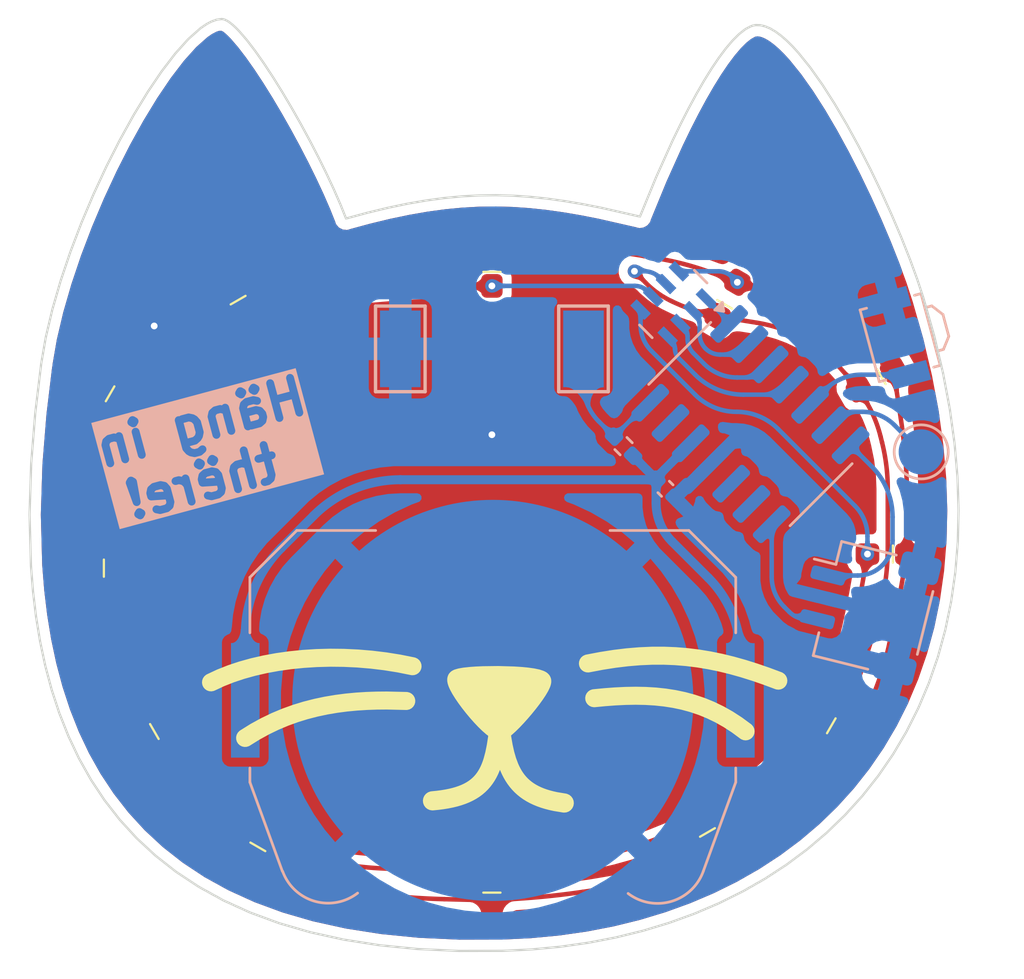
<source format=kicad_pcb>
(kicad_pcb
	(version 20241229)
	(generator "pcbnew")
	(generator_version "9.0")
	(general
		(thickness 1.6)
		(legacy_teardrops no)
	)
	(paper "A5")
	(title_block
		(title "Sewi Badge")
		(date "2025-02-26")
		(rev "v2")
	)
	(layers
		(0 "F.Cu" signal)
		(2 "B.Cu" signal)
		(9 "F.Adhes" user "F.Adhesive")
		(11 "B.Adhes" user "B.Adhesive")
		(13 "F.Paste" user)
		(15 "B.Paste" user)
		(5 "F.SilkS" user "F.Silkscreen")
		(7 "B.SilkS" user "B.Silkscreen")
		(1 "F.Mask" user)
		(3 "B.Mask" user)
		(17 "Dwgs.User" user "User.Drawings")
		(19 "Cmts.User" user "User.Comments")
		(21 "Eco1.User" user "User.Eco1")
		(23 "Eco2.User" user "User.Eco2")
		(25 "Edge.Cuts" user)
		(27 "Margin" user)
		(31 "F.CrtYd" user "F.Courtyard")
		(29 "B.CrtYd" user "B.Courtyard")
		(35 "F.Fab" user)
		(33 "B.Fab" user)
		(39 "User.1" user)
		(41 "User.2" user)
		(43 "User.3" user)
		(45 "User.4" user)
		(47 "User.5" user)
		(49 "User.6" user)
		(51 "User.7" user)
		(53 "User.8" user)
		(55 "User.9" user)
	)
	(setup
		(stackup
			(layer "F.SilkS"
				(type "Top Silk Screen")
				(color "White")
			)
			(layer "F.Paste"
				(type "Top Solder Paste")
			)
			(layer "F.Mask"
				(type "Top Solder Mask")
				(color "Black")
				(thickness 0.01)
			)
			(layer "F.Cu"
				(type "copper")
				(thickness 0.035)
			)
			(layer "dielectric 1"
				(type "core")
				(color "FR4 natural")
				(thickness 1.51)
				(material "FR4")
				(epsilon_r 4.5)
				(loss_tangent 0.02)
			)
			(layer "B.Cu"
				(type "copper")
				(thickness 0.035)
			)
			(layer "B.Mask"
				(type "Bottom Solder Mask")
				(color "Black")
				(thickness 0.01)
			)
			(layer "B.Paste"
				(type "Bottom Solder Paste")
			)
			(layer "B.SilkS"
				(type "Bottom Silk Screen")
				(color "White")
			)
			(copper_finish "None")
			(dielectric_constraints no)
		)
		(pad_to_mask_clearance 0)
		(allow_soldermask_bridges_in_footprints no)
		(tenting front back)
		(pcbplotparams
			(layerselection 0x00000000_00000000_55555555_5755f5ff)
			(plot_on_all_layers_selection 0x00000000_00000000_00000000_00000000)
			(disableapertmacros no)
			(usegerberextensions no)
			(usegerberattributes yes)
			(usegerberadvancedattributes yes)
			(creategerberjobfile yes)
			(dashed_line_dash_ratio 12.000000)
			(dashed_line_gap_ratio 3.000000)
			(svgprecision 4)
			(plotframeref no)
			(mode 1)
			(useauxorigin no)
			(hpglpennumber 1)
			(hpglpenspeed 20)
			(hpglpendiameter 15.000000)
			(pdf_front_fp_property_popups yes)
			(pdf_back_fp_property_popups yes)
			(pdf_metadata yes)
			(pdf_single_document no)
			(dxfpolygonmode yes)
			(dxfimperialunits yes)
			(dxfusepcbnewfont yes)
			(psnegative no)
			(psa4output no)
			(plot_black_and_white yes)
			(plotinvisibletext no)
			(sketchpadsonfab no)
			(plotpadnumbers no)
			(hidednponfab no)
			(sketchdnponfab yes)
			(crossoutdnponfab yes)
			(subtractmaskfromsilk no)
			(outputformat 1)
			(mirror no)
			(drillshape 1)
			(scaleselection 1)
			(outputdirectory "")
		)
	)
	(net 0 "")
	(net 1 "+3V0")
	(net 2 "GND")
	(net 3 "Net-(D1-A)")
	(net 4 "Net-(D1-K)")
	(net 5 "Net-(D10-A)")
	(net 6 "Net-(D12-K)")
	(net 7 "/S1")
	(net 8 "/S2")
	(net 9 "/S4")
	(net 10 "/BUTTON")
	(net 11 "/S3")
	(net 12 "Net-(J1-Pin_3)")
	(net 13 "Net-(J1-Pin_1)")
	(net 14 "unconnected-(U1-PA24-Pad9)")
	(net 15 "unconnected-(U1-PA25-Pad10)")
	(net 16 "Net-(U1-PA04)")
	(net 17 "Net-(U1-PA28{slash}~{RST})")
	(net 18 "unconnected-(U1-PA02-Pad13)")
	(footprint "LED_SMD:LED_0603_1608Metric_Pad1.05x0.95mm_HandSolder" (layer "F.Cu") (at 80.333406 79.546637 60))
	(footprint "LED_SMD:LED_0603_1608Metric_Pad1.05x0.95mm_HandSolder" (layer "F.Cu") (at 105.873406 74.521298 -30))
	(footprint "Library:Physical" (layer "F.Cu") (at 91.014406 65.123298))
	(footprint "LED_SMD:LED_0603_1608Metric_Pad1.05x0.95mm_HandSolder" (layer "F.Cu") (at 107.651406 59.027298 -150))
	(footprint "LED_SMD:LED_0603_1608Metric_Pad1.05x0.95mm_HandSolder" (layer "F.Cu") (at 73.869406 59.789298 -30))
	(footprint "LED_SMD:LED_0603_1608Metric_Pad1.05x0.95mm_HandSolder" (layer "F.Cu") (at 101.047406 55.471298 60))
	(footprint "LED_SMD:LED_0603_1608Metric_Pad1.05x0.95mm_HandSolder" (layer "F.Cu") (at 79.457406 55.725298 -60))
	(footprint "LED_SMD:LED_0603_1608Metric_Pad1.05x0.95mm_HandSolder" (layer "F.Cu") (at 90.5925 53.999 90))
	(footprint "LED_SMD:LED_0603_1608Metric_Pad1.05x0.95mm_HandSolder" (layer "F.Cu") (at 73.119626 67.399223 180))
	(footprint "LED_SMD:LED_0603_1608Metric_Pad1.05x0.95mm_HandSolder" (layer "F.Cu") (at 75.393406 74.775298 -150))
	(footprint "LED_SMD:LED_0603_1608Metric_Pad1.05x0.95mm_HandSolder" (layer "F.Cu") (at 100.285406 79.347298 -60))
	(footprint "LED_SMD:LED_0603_1608Metric_Pad1.05x0.95mm_HandSolder" (layer "F.Cu") (at 108.133406 66.774298 180))
	(footprint "LED_SMD:LED_0603_1608Metric_Pad1.05x0.95mm_HandSolder" (layer "F.Cu") (at 90.5925 81.544 90))
	(footprint "footprints:star_small" (layer "B.Cu") (at 78.58272 48.474422 175))
	(footprint "TestPoint:TestPoint_Keystone_5015_Micro-Minature" (layer "B.Cu") (at 94.6565 57.668 90))
	(footprint "Resistor_SMD:R_0402_1005Metric_Pad0.72x0.64mm_HandSolder" (layer "B.Cu") (at 96.4345 61.986 -45))
	(footprint "footprints:star" (layer "B.Cu") (at 77.881807 53.976588 120))
	(footprint "Capacitor_SMD:C_0402_1005Metric_Pad0.74x0.62mm_HandSolder" (layer "B.Cu") (at 98.294106 63.876498 -45))
	(footprint "Battery:BatteryHolder_Keystone_3034_1x20mm" (layer "B.Cu") (at 90.633406 73.268298 180))
	(footprint "TestPoint:TestPoint_Pad_D2.0mm" (layer "B.Cu") (at 109.6425 62.24 180))
	(footprint "Button_Switch_SMD:SW_SPST_B3U-3000P" (layer "B.Cu") (at 108.709465 57.171817 105))
	(footprint "Package_SO:SOIC-14_3.9x8.7mm_P1.27mm" (layer "B.Cu") (at 102.064206 61.004298 -135))
	(footprint "Connector_JST:JST_SH_SM03B-SRSS-TB_1x03-1MP_P1.00mm_Horizontal" (layer "B.Cu") (at 107.213106 69.179698 -104))
	(footprint "footprints:star_small" (layer "B.Cu") (at 73.395964 56.920422 90))
	(footprint "TestPoint:TestPoint_Keystone_5015_Micro-Minature" (layer "B.Cu") (at 86.5285 57.668 -90))
	(footprint "footprints:star_small" (layer "B.Cu") (at 82.718106 56.254555 -100))
	(footprint "Resistor_SMD:R_Array_Concave_4x0603" (layer "B.Cu") (at 98.639523 55.675521 -45))
	(gr_poly
		(pts
			(xy 102.694123 52.526525)
			(arc
				(start 101.148522 51.018839)
				(mid 101.363966 49.563814)
				(end 102.694124 50.191658)
			)
			(arc
				(start 102.694124 50.191658)
				(mid 104.024282 49.563816)
				(end 104.239724 51.018839)
			)
		)
		(stroke
			(width 0)
			(type solid)
		)
		(fill yes)
		(layer "B.Mask")
		(uuid "3b7704b1-ebe1-4a78-8959-0228a35c9a65")
	)
	(gr_text "Häng in \nthëre!"
		(at 77.411108 62.327728 15)
		(layer "B.SilkS" knockout)
		(uuid "b55ec213-c31f-42c2-a623-d791658ae51f")
		(effects
			(font
				(size 1.6 1.6)
				(thickness 0.35)
				(bold yes)
			)
			(justify mirror)
		)
	)
	(segment
		(start 97.877486 64.494788)
		(end 97.87749 63.480194)
		(width 0.4)
		(layer "B.Cu")
		(net 1)
		(uuid "07bc4a42-bfff-4a59-aa2b-2ac80da1869f")
	)
	(segment
		(start 97.797208 63.475245)
		(end 99.320506 61.951947)
		(width 0.4)
		(layer "B.Cu")
		(net 1)
		(uuid "0aa2c54f-c5b8-4b32-a76f-d61481445a62")
	)
	(segment
		(start 86.53121 63.475233)
		(end 97.797208 63.475245)
		(width 0.4)
		(layer "B.Cu")
		(net 1)
		(uuid "2e14faf6-67ce-45cc-b79f-e1a2b21db903")
	)
	(segment
		(start 79.648403 70.358056)
		(end 79.648406 73.268298)
		(width 0.4)
		(layer "B.Cu")
		(net 1)
		(uuid "75b8099c-790d-4997-a649-26c3fa491dc8")
	)
	(segment
		(start 101.618391 71.259304)
		(end 101.618406 73.268298)
		(width 0.4)
		(layer "B.Cu")
		(net 1)
		(uuid "77c46d5e-8228-47c0-8bb0-5dda53cad24c")
	)
	(segment
		(start 97.892807 63.464877)
		(end 96.856996 62.429066)
		(width 0.4)
		(layer "B.Cu")
		(net 1)
		(uuid "9d13fe4f-c511-451e-acf7-ac2a33fc86dd")
	)
	(segment
		(start 82.683458 65.069025)
		(end 81.242192 66.510297)
		(width 0.4)
		(layer "B.Cu")
		(net 1)
		(uuid "aced3997-32f0-4fe9-85d2-e716db159c64")
	)
	(segment
		(start 100.19781 67.82973)
		(end 98.594906 66.226812)
		(width 0.4)
		(layer "B.Cu")
		(net 1)
		(uuid "e0f6edb7-58c2-4e79-ac36-d0bc26754036")
	)
	(arc
		(start 81.242192 66.510297)
		(mid 80.062614 68.275664)
		(end 79.648403 70.358056)
		(width 0.4)
		(layer "B.Cu")
		(net 1)
		(uuid "66b60844-9682-4384-a2e8-fe422985a552")
	)
	(arc
		(start 97.877486 64.494788)
		(mid 98.063935 65.432152)
		(end 98.594906 66.226812)
		(width 0.4)
		(layer "B.Cu")
		(net 1)
		(uuid "b52989a5-870c-4d61-9244-4320bc20cfff")
	)
	(arc
		(start 100.19781 67.82973)
		(mid 101.249187 69.403233)
		(end 101.618391 71.259304)
		(width 0.4)
		(layer "B.Cu")
		(net 1)
		(uuid "c24049dc-118c-42c7-bd64-20944ec9bf26")
	)
	(arc
		(start 86.53121 63.475233)
		(mid 84.448821 63.889445)
		(end 82.683458 65.069025)
		(width 0.4)
		(layer "B.Cu")
		(net 1)
		(uuid "c3746b14-d981-4ee9-8ccb-6edc7fba5cfd")
	)
	(via
		(at 90.5925 61.478)
		(size 0.6)
		(drill 0.3)
		(layers "F.Cu" "B.Cu")
		(teardrops
			(best_length_ratio 0.5)
			(max_length 1)
			(best_width_ratio 1)
			(max_width 2)
			(curved_edges yes)
			(filter_ratio 0.9)
			(enabled yes)
			(allow_two_segments yes)
			(prefer_zone_connections yes)
		)
		(net 2)
		(uuid "0062ab45-4155-4dbb-a558-245e1df50680")
	)
	(via
		(at 75.6065 56.652)
		(size 0.6)
		(drill 0.3)
		(layers "F.Cu" "B.Cu")
		(free yes)
		(teardrops
			(best_length_ratio 0.5)
			(max_length 1)
			(best_width_ratio 1)
			(max_width 2)
			(curved_edges yes)
			(filter_ratio 0.9)
			(enabled yes)
			(allow_two_segments yes)
			(prefer_zone_connections yes)
		)
		(net 2)
		(uuid "063742c0-34e2-43b1-adae-6d2ad33881c1")
	)
	(segment
		(start 104.028905 63.392543)
		(end 103.166784 62.530422)
		(width 0.2)
		(layer "B.Cu")
		(net 2)
		(uuid "41a3511c-4905-4793-a9fd-6b6414722d1f")
	)
	(segment
		(start 104.843434 68.695854)
		(end 105.272515 68.695854)
		(width 0.2)
		(layer "B.Cu")
		(net 2)
		(uuid "468f6c03-5191-40db-9423-c054d9b439e1")
	)
	(segment
		(start 101.625835 61.986)
		(end 101.852433 61.986)
		(width 0.2)
		(layer "B.Cu")
		(net 2)
		(uuid "55d249a7-0b1f-4b1b-80aa-e937af181d96")
	)
	(segment
		(start 104.053589 68.335089)
		(end 104.110948 68.392448)
		(width 0.2)
		(layer "B.Cu")
		(net 2)
		(uuid "59dfc978-ce86-4773-b6a3-b578b845e049")
	)
	(segment
		(start 104.667132 64.933358)
		(end 104.667132 65.147007)
		(width 0.2)
		(layer "B.Cu")
		(net 2)
		(uuid "6185e27d-d074-43d2-b0e1-79712a1234f9")
	)
	(segment
		(start 100.69831 62.370193)
		(end 100.314117 62.754387)
		(width 0.2)
		(layer "B.Cu")
		(net 2)
		(uuid "69562603-dcd8-4d93-a541-ef67a27e43ed")
	)
	(segment
		(start 103.692825 67.464126)
		(end 103.692825 67.392289)
		(width 0.2)
		(layer "B.Cu")
		(net 2)
		(uuid "6fa8c23d-4144-498d-8d8e-c4e452f0a37e")
	)
	(segment
		(start 104.179978 66.3231)
		(end 104.104386 66.398692)
		(width 0.2)
		(layer "B.Cu")
		(net 2)
		(uuid "c91061f9-e94b-4dfd-aeb1-3fa0f02535f2")
	)
	(arc
		(start 103.692825 67.464126)
		(mid 103.786584 67.935488)
		(end 104.053589 68.335089)
		(width 0.2)
		(layer "B.Cu")
		(net 2)
		(uuid "05c43fdd-c41b-4d20-85be-6b65eb076810")
	)
	(arc
		(start 101.625835 61.986)
		(mid 101.123862 62.085848)
		(end 100.69831 62.370193)
		(width 0.2)
		(layer "B.Cu")
		(net 2)
		(uuid "0db0276d-5d4e-4c41-982b-45965b93658a")
	)
	(arc
		(start 104.028905 63.392543)
		(mid 104.501262 64.099475)
		(end 104.667132 64.933358)
		(width 0.2)
		(layer "B.Cu")
		(net 2)
		(uuid "29b683a3-83d2-4977-abea-d63c7d81c74b")
	)
	(arc
		(start 103.166784 62.530422)
		(mid 102.563754 62.12749)
		(end 101.852433 61.986)
		(width 0.2)
		(layer "B.Cu")
		(net 2)
		(uuid "359b7626-137a-4328-a15c-14f4870d44b3")
	)
	(arc
		(start 104.667132 65.147007)
		(mid 104.540524 65.783504)
		(end 104.179978 66.3231)
		(width 0.2)
		(layer "B.Cu")
		(net 2)
		(uuid "7019e05c-23fc-4dd7-8a78-1c79024b9609")
	)
	(arc
		(start 104.110948 68.392448)
		(mid 104.447015 68.617001)
		(end 104.843434 68.695854)
		(width 0.2)
		(layer "B.Cu")
		(net 2)
		(uuid "830e1c5b-3f9d-4660-a5eb-08ffa88f43d6")
	)
	(arc
		(start 104.104386 66.398692)
		(mid 103.799786 66.854558)
		(end 103.692825 67.392289)
		(width 0.2)
		(layer "B.Cu")
		(net 2)
		(uuid "98c8b74a-6cb8-414f-92c4-65ed16f57602")
	)
	(segment
		(start 80.552525 79.631685)
		(end 80.631636 79.66209)
		(width 0.2)
		(layer "F.Cu")
		(net 3)
		(uuid "01804d0f-3d1f-4f10-a08c-f7ab8b642fd1")
	)
	(segment
		(start 82.944221 80.422467)
		(end 84.585081 80.626473)
		(width 0.2)
		(layer "F.Cu")
		(net 3)
		(uuid "125b7828-b065-45f3-976e-4a51193a847e")
	)
	(segment
		(start 90.5925 80.669)
		(end 92.300049 80.592882)
		(width 0.2)
		(layer "F.Cu")
		(net 3)
		(uuid "168fc27a-7f8f-463e-9425-38c9c878ae84")
	)
	(segment
		(start 99.847906 78.589526)
		(end 98.424989 79.199268)
		(width 0.2)
		(layer "F.Cu")
		(net 3)
		(uuid "2ce5db1e-5639-47e4-bffc-d371f251ae44")
	)
	(segment
		(start 87.051801 80.72979)
		(end 87.138754 80.726313)
		(width 0.2)
		(layer "F.Cu")
		(net 3)
		(uuid "48863ad2-b694-485c-b740-93ddfa682ee4")
	)
	(segment
		(start 95.493174 80.154998)
		(end 95.44765 80.165437)
		(width 0.2)
		(layer "F.Cu")
		(net 3)
		(uuid "4f301fb6-9fdc-4c54-8d59-632d563e6a56")
	)
	(segment
		(start 72.400945 62.602744)
		(end 72.407253 62.5268)
		(width 0.2)
		(layer "F.Cu")
		(net 3)
		(uuid "54e9483e-7d7c-42d9-afde-f7b86f32e833")
	)
	(segment
		(start 90.5925 80.669)
		(end 89.440949 80.674647)
		(width 0.2)
		(layer "F.Cu")
		(net 3)
		(uuid "58dac720-2f5e-4906-b495-bf173948debf")
	)
	(segment
		(start 107.073895 67.85379)
		(end 107.258407 66.774298)
		(width 0.2)
		(layer "F.Cu")
		(net 3)
		(uuid "650468ff-2cab-4d79-8bdc-7cae946d8f87")
	)
	(segment
		(start 80.397609 79.563377)
		(end 79.866977 79.298058)
		(width 0.2)
		(layer "F.Cu")
		(net 3)
		(uuid "65f8a9e1-0a28-4f2b-8d6f-3433272b457d")
	)
	(segment
		(start 74.119002 72.735928)
		(end 74.268991 72.98591)
		(width 0.2)
		(layer "F.Cu")
		(net 3)
		(uuid "7801995d-db29-47c5-bea5-0a93cdb84dd6")
	)
	(segment
		(start 105.115634 74.083798)
		(end 105.872465 72.37141)
		(width 0.2)
		(layer "F.Cu")
		(net 3)
		(uuid "901c1680-f41f-4ee3-94b3-d6907c43c509")
	)
	(segment
		(start 72.960351 70.021498)
		(end 72.244626 67.399223)
		(width 0.2)
		(layer "F.Cu")
		(net 3)
		(uuid "93658004-300e-409a-badf-dffbef74e59b")
	)
	(segment
		(start 81.418712 80.003035)
		(end 80.6865 79.682232)
		(width 0.2)
		(layer "F.Cu")
		(net 3)
		(uuid "9a91ac2c-6a29-463b-9140-228b23114e89")
	)
	(segment
		(start 99.847906 78.589526)
		(end 101.209644 77.698399)
		(width 0.2)
		(layer "F.Cu")
		(net 3)
		(uuid "a72c60a8-a31d-4134-8226-bce063931010")
	)
	(segment
		(start 106.646736 70.001211)
		(end 106.623489 70.103526)
		(width 0.2)
		(layer "F.Cu")
		(net 3)
		(uuid "b47467ed-51cc-40b6-be1d-45597c001e4d")
	)
	(segment
		(start 77.002613 76.892478)
		(end 78.371631 78.261495)
		(width 0.2)
		(layer "F.Cu")
		(net 3)
		(uuid "beb62a29-11af-459e-974a-c49a44879ebd")
	)
	(segment
		(start 72.804515 60.396644)
		(end 73.111634 59.351798)
		(width 0.2)
		(layer "F.Cu")
		(net 3)
		(uuid "d406ebde-c6bc-4b0e-a13e-945233fceede")
	)
	(segment
		(start 105.115634 74.083798)
		(end 103.682334 75.618061)
		(width 0.2)
		(layer "F.Cu")
		(net 3)
		(uuid "daf5532b-5c38-4ec7-b16f-db63c123d35e")
	)
	(segment
		(start 72.244626 67.399223)
		(end 72.285306 64.929095)
		(width 0.2)
		(layer "F.Cu")
		(net 3)
		(uuid "e554323b-5cd3-4d99-9e74-4f3ae76bb326")
	)
	(via
		(at 107.258406 66.77426)
		(size 0.6)
		(drill 0.3)
		(layers "F.Cu" "B.Cu")
		(teardrops
			(best_length_ratio 0.5)
			(max_length 1)
			(best_width_ratio 1)
			(max_width 2)
			(curved_edges yes)
			(filter_ratio 0.9)
			(enabled yes)
			(allow_two_segments yes)
			(prefer_zone_connections yes)
		)
		(net 3)
		(uuid "29601e76-f557-4644-8f25-a0ed25072d46")
	)
	(arc
		(start 80.397609 79.563377)
		(mid 80.47424 79.599404)
		(end 80.552525 79.631685)
		(width 0.2)
		(layer "F.Cu")
		(net 3)
		(uuid "1acf374d-1410-4497-98e5-68b61d685f3f")
	)
	(arc
		(start 75.520417 75.029284)
		(mid 76.208637 76.002946)
		(end 77.002613 76.892478)
		(width 0.2)
		(layer "F.Cu")
		(net 3)
		(uuid "2df97a94-863b-45fd-a0e8-620b0b2dc54c")
	)
	(arc
		(start 72.804515 60.396644)
		(mid 72.55178 61.451632)
		(end 72.407253 62.5268)
		(width 0.2)
		(layer "F.Cu")
		(net 3)
		(uuid "3ccde659-de35-427d-88ec-7062835ba0fa")
	)
	(arc
		(start 95.44765 80.165437)
		(mid 93.883519 80.450365)
		(end 92.300049 80.592882)
		(width 0.2)
		(layer "F.Cu")
		(net 3)
		(uuid "56775eab-7f1c-47f7-a15b-ed2ea66dcc4f")
	)
	(arc
		(start 72.960351 70.021498)
		(mid 73.446572 71.418454)
		(end 74.119002 72.735928)
		(width 0.2)
		(layer "F.Cu")
		(net 3)
		(uuid "5e50974d-fdd5-4687-b7b3-a2999614493f")
	)
	(arc
		(start 72.400945 62.602744)
		(mid 72.323815 63.76496)
		(end 72.285306 64.929095)
		(width 0.2)
		(layer "F.Cu")
		(net 3)
		(uuid "5f175daf-3ebf-49c4-a31a-ffedc4d65d1b")
	)
	(arc
		(start 74.268991 72.98591)
		(mid 74.89006 74.01044)
		(end 75.520417 75.029284)
		(width 0.2)
		(layer "F.Cu")
		(net 3)
		(uuid "5f3885bb-6f38-4ab6-88d4-10b2c2d2780d")
	)
	(arc
		(start 84.585081 80.626473)
		(mid 85.816326 80.728624)
		(end 87.051801 80.72979)
		(width 0.2)
		(layer "F.Cu")
		(net 3)
		(uuid "86ab099f-dac6-429f-85f0-c4b161e57ad4")
	)
	(arc
		(start 106.623489 70.103526)
		(mid 106.302658 71.255576)
		(end 105.872465 72.37141)
		(width 0.2)
		(layer "F.Cu")
		(net 3)
		(uuid "8c969bb7-6ea9-4ec9-8976-b35705156869")
	)
	(arc
		(start 89.440949 80.674647)
		(mid 88.289625 80.690387)
		(end 87.138754 80.726313)
		(width 0.2)
		(layer "F.Cu")
		(net 3)
		(uuid "94838aef-97c0-49a3-a138-1c07475a812a")
	)
	(arc
		(start 98.424989 79.199268)
		(mid 96.980533 79.742939)
		(end 95.493174 80.154998)
		(width 0.2)
		(layer "F.Cu")
		(net 3)
		(uuid "a5746d42-6680-4d68-8637-5d3ed8ee0687")
	)
	(arc
		(start 81.418712 80.003035)
		(mid 82.166275 80.268003)
		(end 82.944221 80.422467)
		(width 0.2)
		(layer "F.Cu")
		(net 3)
		(uuid "c5887ed3-9d3a-4af4-a98d-79f8e2e1ac0e")
	)
	(arc
		(start 107.073895 67.85379)
		(mid 106.874847 68.930391)
		(end 106.646736 70.001211)
		(width 0.2)
		(layer "F.Cu")
		(net 3)
		(uuid "c97d2367-6324-4faf-a0de-193041729d7f")
	)
	(arc
		(start 79.076417 78.839279)
		(mid 79.464563 79.08096)
		(end 79.866977 79.298058)
		(width 0.2)
		(layer "F.Cu")
		(net 3)
		(uuid "ca678c77-9a03-4750-bbd3-8c001ae68a39")
	)
	(arc
		(start 103.682334 75.618061)
		(mid 102.508459 76.732482)
		(end 101.209644 77.698399)
		(width 0.2)
		(layer "F.Cu")
		(net 3)
		(uuid "e39b42c2-e4d1-4338-956b-6a78434eab11")
	)
	(arc
		(start 78.371631 78.261495)
		(mid 78.709755 78.567791)
		(end 79.076417 78.839279)
		(width 0.2)
		(layer "F.Cu")
		(net 3)
		(uuid "f5407750-d941-49ac-8319-a54bb9bbf112")
	)
	(segment
		(start 103.293834 61.225301)
		(end 106.698252 64.629749)
		(width 0.2)
		(layer "B.Cu")
		(net 3)
		(uuid "316deec3-9b53-49cf-8142-ca3439f523dc")
	)
	(segment
		(start 97.189964 56.601725)
		(end 97.189954 55.923008)
		(width 0.2)
		(layer "B.Cu")
		(net 3)
		(uuid "3c02eb02-595e-4d27-8e57-81d8081a7a63")
	)
	(segment
		(start 107.258406 66.77426)
		(end 107.258405 65.982083)
		(width 0.2)
		(layer "B.Cu")
		(net 3)
		(uuid "43b51df2-fb1c-4ea3-a883-37e074842f18")
	)
	(segment
		(start 99.608168 59.698684)
		(end 97.669895 57.760373)
		(width 0.2)
		(layer "B.Cu")
		(net 3)
		(uuid "54bf5ab3-bdf3-481e-aab3-217aa4162af1")
	)
	(arc
		(start 97.189964 56.601725)
		(mid 97.314698 57.228779)
		(end 97.669895 57.760373)
		(width 0.2)
		(layer "B.Cu")
		(net 3)
		(uuid "4be728d1-07ac-4065-a516-89b0121962e3")
	)
	(arc
		(start 106.698252 64.629749)
		(mid 107.112825 65.250205)
		(end 107.258405 65.982083)
		(width 0.2)
		(layer "B.Cu")
		(net 3)
		(uuid "50438ff7-de35-4838-9bfd-8bc38eaf8271")
	)
	(arc
		(start 103.293834 61.225301)
		(mid 102.448334 60.66036)
		(end 101.450999 60.461995)
		(width 0.2)
		(layer "B.Cu")
		(net 3)
		(uuid "60a2cd8f-b67a-4c11-a55f-32435d625707")
	)
	(arc
		(start 99.608168 59.698684)
		(mid 100.453664 60.263628)
		(end 101.450999 60.461995)
		(width 0.2)
		(layer "B.Cu")
		(net 3)
		(uuid "dc48debb-e723-4376-8445-5fd0139f7f6e")
	)
	(segment
		(start 100.609906 56.22907)
		(end 99.924156 56.053199)
		(width 0.2)
		(layer "F.Cu")
		(net 4)
		(uuid "0d3d37ca-6bbf-4cb9-8eaf-4ea947f3fe6b")
	)
	(segment
		(start 104.293243 76.666569)
		(end 103.917168 77.068916)
		(width 0.2)
		(layer "F.Cu")
		(net 4)
		(uuid "31e49158-df0e-4e65-8cf8-662898db4eeb")
	)
	(segment
		(start 108.159403 63.884566)
		(end 108.159401 66.492402)
		(width 0.2)
		(layer "F.Cu")
		(net 4)
		(uuid "42092932-a9a5-4ff5-baab-ed6b3f5b73a1")
	)
	(segment
		(start 95.069826 81.698741)
		(end 94.640812 81.761881)
		(width 0.2)
		(layer "F.Cu")
		(net 4)
		(uuid "4fe050f4-3e0f-4cd4-826f-af53ef70c452")
	)
	(segment
		(start 100.609906 56.22907)
		(end 102.337205 56.505993)
		(width 0.2)
		(layer "F.Cu")
		(net 4)
		(uuid "56c349d8-6361-4564-a35f-1ac25c784d92")
	)
	(segment
		(start 100.722906 80.10507)
		(end 101.818044 79.124053)
		(width 0.2)
		(layer "F.Cu")
		(net 4)
		(uuid "79eabc2b-799f-42ff-ad36-785d1f49c7d1")
	)
	(segment
		(start 98.522121 55.52978)
		(end 98.601479 55.568286)
		(width 0.2)
		(layer "F.Cu")
		(net 4)
		(uuid "818089a2-768f-4cef-87a5-ef342a7b4758")
	)
	(segment
		(start 76.790415 77.950283)
		(end 76.693494 77.853362)
		(width 0.2)
		(layer "F.Cu")
		(net 4)
		(uuid "95b77446-7aa9-44c8-9bd8-c0a7e0d405e0")
	)
	(segment
		(start 107.272515 60.135049)
		(end 106.893634 59.464798)
		(width 0.2)
		(layer "F.Cu")
		(net 4)
		(uuid "9c8cdb2f-03a7-4f61-8fc2-c33d69815398")
	)
	(segment
		(start 92.001372 82.049434)
		(end 90.676242 82.143556)
		(width 0.2)
		(layer "F.Cu")
		(net 4)
		(uuid "a18fb2ce-fbe5-482e-afc4-72eb24807b97")
	)
	(segment
		(start 79.895906 80.304409)
		(end 80.484784 80.636626)
		(width 0.2)
		(layer "F.Cu")
		(net 4)
		(uuid "a1b18711-12eb-45a6-a91b-eb048c410c0b")
	)
	(segment
		(start 97.405951 54.724394)
		(end 96.918363 54.224)
		(width 0.2)
		(layer "F.Cu")
		(net 4)
		(uuid "aee0dfa3-a797-488a-91b7-ab706dfed642")
	)
	(segment
		(start 106.893634 59.464798)
		(end 105.991117 58.455092)
		(width 0.2)
		(layer "F.Cu")
		(net 4)
		(uuid "b2354642-466a-4512-977c-6ea93dd91adb")
	)
	(segment
		(start 85.313786 81.843473)
		(end 85.095854 81.815324)
		(width 0.2)
		(layer "F.Cu")
		(net 4)
		(uuid "baa5cc3c-58df-40eb-bed4-563cece95dcd")
	)
	(segment
		(start 98.480449 80.87197)
		(end 100.722906 80.10507)
		(width 0.2)
		(layer "F.Cu")
		(net 4)
		(uuid "be3590ec-8d20-4e9c-b1d7-ce62806c0040")
	)
	(segment
		(start 106.760269 72.622653)
		(end 107.28112 71.06008)
		(width 0.2)
		(layer "F.Cu")
		(net 4)
		(uuid "caf260bf-6477-4354-90cb-4a2588636554")
	)
	(segment
		(start 88.484114 82.08785)
		(end 90.676242 82.143556)
		(width 0.2)
		(layer "F.Cu")
		(net 4)
		(uuid "d073ae39-e189-4d85-b817-ef6e70bb4f21")
	)
	(segment
		(start 107.838134 61.552238)
		(end 107.905401 61.821299)
		(width 0.2)
		(layer "F.Cu")
		(net 4)
		(uuid "d19d8339-3d4f-45f3-9e4d-a29c08d8d2b3")
	)
	(segment
		(start 79.895906 80.304409)
		(end 78.728227 79.532559)
		(width 0.2)
		(layer "F.Cu")
		(net 4)
		(uuid "dad6bc28-3a0d-4cbd-af76-446a84d76ee4")
	)
	(segment
		(start 81.729288 81.134074)
		(end 82.404293 81.304191)
		(width 0.2)
		(layer "F.Cu")
		(net 4)
		(uuid "e9ac2bc0-c7b1-43d8-bdf7-f4e995680040")
	)
	(segment
		(start 75.268524 76.137041)
		(end 74.635634 75.212798)
		(width 0.2)
		(layer "F.Cu")
		(net 4)
		(uuid "ea1217c4-bb15-4e92-bb44-01c19cf9ea7c")
	)
	(via
		(at 96.918363 54.224)
		(size 0.6)
		(drill 0.3)
		(layers "F.Cu" "B.Cu")
		(teardrops
			(best_length_ratio 0.5)
			(max_length 1)
			(best_width_ratio 1)
			(max_width 2)
			(curved_edges yes)
			(filter_ratio 0.9)
			(enabled yes)
			(allow_two_segments yes)
			(prefer_zone_connections yes)
		)
		(net 4)
		(uuid "6b9cd539-28a3-448a-8d06-e86426fe1d03")
	)
	(arc
		(start 98.601479 55.568286)
		(mid 99.250643 55.843951)
		(end 99.924156 56.053199)
		(width 0.2)
		(layer "F.Cu")
		(net 4)
		(uuid "1b12c25a-5b3d-4f8c-b8fc-5b94180df979")
	)
	(arc
		(start 108.159401 66.492402)
		(mid 108.095707 67.656292)
		(end 107.90539 68.806283)
		(width 0.2)
		(layer "F.Cu")
		(net 4)
		(uuid "3abced3c-325b-47f3-8009-c6b263d688ad")
	)
	(arc
		(start 85.313786 81.843473)
		(mid 86.895801 82.006507)
		(end 88.484114 82.08785)
		(width 0.2)
		(layer "F.Cu")
		(net 4)
		(uuid "3da6acca-9073-476d-8fb2-a5605b53f0c2")
	)
	(arc
		(start 107.272515 60.135049)
		(mid 107.603142 60.824559)
		(end 107.838134 61.552238)
		(width 0.2)
		(layer "F.Cu")
		(net 4)
		(uuid "6ba6a6d6-bf24-4910-9baf-4fb2ffeb5995")
	)
	(arc
		(start 103.917168 77.068916)
		(mid 102.890383 78.119749)
		(end 101.818044 79.124053)
		(width 0.2)
		(layer "F.Cu")
		(net 4)
		(uuid "73d59d57-6fd2-4b76-90f4-fdcfbd8a86bd")
	)
	(arc
		(start 107.90539 68.806283)
		(mid 107.622298 69.941226)
		(end 107.28112 71.06008)
		(width 0.2)
		(layer "F.Cu")
		(net 4)
		(uuid "78d8bd02-c5ff-4cfb-9b0a-cd474cd08ab7")
	)
	(arc
		(start 107.905401 61.821299)
		(mid 108.095664 62.845144)
		(end 108.159403 63.884566)
		(width 0.2)
		(layer "F.Cu")
		(net 4)
		(uuid "a874a34e-de89-4a01-a74c-34df7dd97a83")
	)
	(arc
		(start 98.480449 80.87197)
		(mid 96.794104 81.363598)
		(end 95.069826 81.698741)
		(width 0.2)
		(layer "F.Cu")
		(net 4)
		(uuid "cbdc7460-c0ba-4915-ac1c-aa21b8e330e2")
	)
	(arc
		(start 76.790415 77.950283)
		(mid 77.719469 78.790227)
		(end 78.728227 79.532559)
		(width 0.2)
		(layer "F.Cu")
		(net 4)
		(uuid "d171ad8a-bb12-4b89-8a9b-bee1524c70e4")
	)
	(arc
		(start 104.335253 57.167498)
		(mid 105.221434 57.736385)
		(end 105.991117 58.455092)
		(width 0.2)
		(layer "F.Cu")
		(net 4)
		(uuid "e43f9ad6-0e78-42c0-9d53-80508ddf9315")
	)
	(arc
		(start 94.640812 81.761881)
		(mid 93.323796 81.930475)
		(end 92.001372 82.049434)
		(width 0.2)
		(layer "F.Cu")
		(net 4)
		(uuid "e9de102c-28e2-4d30-b3b1-e296c05fada1")
	)
	(arc
		(start 82.404293 81.304191)
		(mid 83.742504 81.599613)
		(end 85.095854 81.815324)
		(width 0.2)
		(layer "F.Cu")
		(net 4)
		(uuid "ea93da09-9444-42f2-bfcb-2f055ad84104")
	)
	(arc
		(start 97.405951 54.724394)
		(mid 97.929053 55.175568)
		(end 98.522121 55.52978)
		(width 0.2)
		(layer "F.Cu")
		(net 4)
		(uuid "eb25b474-515e-42ba-a45e-f04d6c8f1390")
	)
	(arc
		(start 105.746389 74.775283)
		(mid 105.065491 75.75602)
		(end 104.293243 76.666569)
		(width 0.2)
		(layer "F.Cu")
		(net 4)
		(uuid "ef3964a2-3be6-4627-8c75-129821ca685d")
	)
	(arc
		(start 80.484784 80.636626)
		(mid 81.090423 80.92691)
		(end 81.729288 81.134074)
		(width 0.2)
		(layer "F.Cu")
		(net 4)
		(uuid "f72e9d53-e7c6-4161-8e7b-7df444f84c03")
	)
	(arc
		(start 102.337205 56.505993)
		(mid 103.36287 56.756276)
		(end 104.335253 57.167498)
		(width 0.2)
		(layer "F.Cu")
		(net 4)
		(uuid "f74ec52d-5451-45c0-900d-08561d013870")
	)
	(arc
		(start 75.268524 76.137041)
		(mid 75.941297 77.028172)
		(end 76.693494 77.853362)
		(width 0.2)
		(layer "F.Cu")
		(net 4)
		(uuid "f8478fda-2ede-4fd9-80bc-2fdb8265e648")
	)
	(arc
		(start 106.760269 72.622653)
		(mid 106.317137 73.729021)
		(end 105.746389 74.775283)
		(width 0.2)
		(layer "F.Cu")
		(net 4)
		(uuid "fa402958-f933-4784-83c1-366df046934c")
	)
	(segment
		(start 96.918363 54.224)
		(end 97.352306 54.223994)
		(width 0.2)
		(layer "B.Cu")
		(net 4)
		(uuid "c8b6418d-49a1-4e50-964d-e0f98466e788")
	)
	(segment
		(start 98.037507 54.507813)
		(end 98.321325 54.791638)
		(width 0.2)
		(layer "B.Cu")
		(net 4)
		(uuid "cccea061-1bbe-4a49-b970-cee1effdcac8")
	)
	(arc
		(start 98.037507 54.507813)
		(mid 97.723135 54.297753)
		(end 97.352306 54.223994)
		(width 0.2)
		(layer "B.Cu")
		(net 4)
		(uuid "f054ee95-0bf9-4009-a1d9-18f831c4e75f")
	)
	(segment
		(start 108.487441 69.562263)
		(end 108.225268 70.766283)
		(width 0.2)
		(layer "F.Cu")
		(net 5)
		(uuid "08dcbeba-c525-4135-8a38-727f53edcde5")
	)
	(segment
		(start 109.021788 64.75257)
		(end 109.008406 66.774298)
		(width 0.2)
		(layer "F.Cu")
		(net 5)
		(uuid "178adc4a-cc26-4306-bc52-0e69b2f0a0cc")
	)
	(segment
		(start 105.154294 56.127758)
		(end 104.948393 56.024808)
		(width 0.2)
		(layer "F.Cu")
		(net 5)
		(uuid "20ce7d51-d7bb-4cdc-8e3f-f0a600b08f4e")
	)
	(segment
		(start 108.409178 58.589798)
		(end 108.732976 60.731783)
		(width 0.2)
		(layer "F.Cu")
		(net 5)
		(uuid "2f18f506-83ae-42f2-ac17-3b9f71ea9b3a")
	)
	(segment
		(start 107.268287 73.597042)
		(end 106.631178 74.958798)
		(width 0.2)
		(layer "F.Cu")
		(net 5)
		(uuid "3ae41aec-742e-4b46-a701-db09877fd34b")
	)
	(segment
		(start 102.663149 55.092417)
		(end 101.484906 54.713526)
		(width 0.2)
		(layer "F.Cu")
		(net 5)
		(uuid "3bd61d0f-48e4-4f3d-938a-51a4481bb105")
	)
	(segment
		(start 80.421299 54.48879)
		(end 79.019906 54.967526)
		(width 0.2)
		(layer "F.Cu")
		(net 5)
		(uuid "4201292f-ce77-405d-b475-4ab4128927cd")
	)
	(segment
		(start 109.008406 66.774298)
		(end 108.84852 67.706298)
		(width 0.2)
		(layer "F.Cu")
		(net 5)
		(uuid "439502c8-6994-4a7d-b24f-1e11ceba4161")
	)
	(segment
		(start 90.5925 53.124)
		(end 88.617644 53.246133)
		(width 0.2)
		(layer "F.Cu")
		(net 5)
		(uuid "46fd1b13-dab3-4b58-80e3-6d2340ffaa29")
	)
	(segment
		(start 101.48493 54.713538)
		(end 100.352304 54.293955)
		(width 0.2)
		(layer "F.Cu")
		(net 5)
		(uuid "4b6eab80-0791-48ad-81ad-b3e7320ce3b2")
	)
	(segment
		(start 108.409178 58.589798)
		(end 107.395284 57.665553)
		(width 0.2)
		(layer "F.Cu")
		(net 5)
		(uuid "4efdca3f-54e3-4719-b7eb-1ff71421809f")
	)
	(segment
		(start 97.32863 53.547646)
		(end 98.029466 53.668734)
		(width 0.2)
		(layer "F.Cu")
		(net 5)
		(uuid "6ceb09ba-4dbc-4e8c-bd68-893cbe6aa271")
	)
	(segment
		(start 83.290645 53.814598)
		(end 84.681469 53.629412)
		(width 0.2)
		(layer "F.Cu")
		(net 5)
		(uuid "8fb0344f-d4fb-4126-96cc-08c6106f35dc")
	)
	(segment
		(start 90.5925 53.124)
		(end 93.5189 53.182539)
		(width 0.2)
		(layer "F.Cu")
		(net 5)
		(uuid "e1f5c133-b610-4ad8-bcf1-6fe96b46e830")
	)
	(via
		(at 101.48493 54.713538)
		(size 0.6)
		(drill 0.3)
		(layers "F.Cu" "B.Cu")
		(teardrops
			(best_length_ratio 0.5)
			(max_length 1)
			(best_width_ratio 1)
			(max_width 2)
			(curved_edges yes)
			(filter_ratio 0.9)
			(enabled yes)
			(allow_two_segments yes)
			(prefer_zone_connections yes)
		)
		(net 5)
		(uuid "93fab852-6297-444e-ba96-8216148b923c")
	)
	(arc
		(start 108.84852 67.706298)
		(mid 108.678305 68.636289)
		(end 108.487441 69.562263)
		(width 0.2)
		(layer "F.Cu")
		(net 5)
		(uuid "461403c9-c5c2-49c3-98ac-53b2a9943f84")
	)
	(arc
		(start 108.732976 60.731783)
		(mid 108.956154 62.736518)
		(end 109.021788 64.75257)
		(width 0.2)
		(layer "F.Cu")
		(net 5)
		(uuid "7864d777-0c45-444d-a398-418dcca06c23")
	)
	(arc
		(start 93.5189 53.182539)
		(mid 95.430663 53.293109)
		(end 97.32863 53.547646)
		(width 0.2)
		(layer "F.Cu")
		(net 5)
		(uuid "7ba22c8c-f0cb-4421-912b-749c2dab3fc0")
	)
	(arc
		(start 108.225268 70.766283)
		(mid 107.825839 72.20839)
		(end 107.268287 73.597042)
		(width 0.2)
		(layer "F.Cu")
		(net 5)
		(uuid "854fc1cd-6f6b-4b8e-ba04-314a4f0e25b7")
	)
	(arc
		(start 83.290645 53.814598)
		(mid 81.839372 54.081046)
		(end 80.421299 54.48879)
		(width 0.2)
		(layer "F.Cu")
		(net 5)
		(uuid "9ed69382-9a17-4cae-bb62-149692ef3f9b")
	)
	(arc
		(start 98.029466 53.668734)
		(mid 99.205251 53.927971)
		(end 100.352304 54.293955)
		(width 0.2)
		(layer "F.Cu")
		(net 5)
		(uuid "a4aa93fa-1e23-44f1-a40e-b7327e9fc8aa")
	)
	(arc
		(start 105.154294 56.127758)
		(mid 106.327836 56.819351)
		(end 107.395284 57.665553)
		(width 0.2)
		(layer "F.Cu")
		(net 5)
		(uuid "b0a1a274-1b67-4667-8594-51054c7e4f13")
	)
	(arc
		(start 102.663149 55.092417)
		(mid 103.823555 55.515023)
		(end 104.948393 56.024808)
		(width 0.2)
		(layer "F.Cu")
		(net 5)
		(uuid "b66f4ac4-9c6d-46cb-b393-a13a73d24777")
	)
	(arc
		(start 88.617644 53.246133)
		(mid 86.646173 53.40303)
		(end 84.681469 53.629412)
		(width 0.2)
		(layer "F.Cu")
		(net 5)
		(uuid "c1fb771f-a46f-4e97-887b-6341becc9ba4")
	)
	(segment
		(start 101.241132 54.469746)
		(end 101.48493 54.713538)
		(width 0.2)
		(layer "B.Cu")
		(net 5)
		(uuid "1ccf25e0-61b8-443f-abc2-df97b3840920")
	)
	(segment
		(start 100.652556 54.225954)
		(end 98.88701 54.225952)
		(width 0.2)
		(layer "B.Cu")
		(net 5)
		(uuid "74356643-e9c3-48da-8465-c560bb6d96ff")
	)
	(arc
		(start 100.652556 54.225954)
		(mid 100.97109 54.289313)
		(end 101.241132 54.469746)
		(width 0.2)
		(layer "B.Cu")
		(net 5)
		(uuid "a4f860ec-a898-49b9-873d-3e79335cd65e")
	)
	(segment
		(start 88.82101 54.907481)
		(end 90.5925 54.874)
		(width 0.2)
		(layer "F.Cu")
		(net 6)
		(uuid "02517a7f-280a-4c4b-a97a-9718ab224073")
	)
	(segment
		(start 85.286211 55.114282)
		(end 85.047781 55.137719)
		(width 0.2)
		(layer "F.Cu")
		(net 6)
		(uuid "36b1adcb-9042-4233-aa61-9e89096fcf2d")
	)
	(segment
		(start 81.582513 55.89776)
		(end 79.894906 56.48307)
		(width 0.2)
		(layer "F.Cu")
		(net 6)
		(uuid "4e0bcec4-d38a-4be9-a2a7-f0c42d985328")
	)
	(segment
		(start 74.149064 68.962632)
		(end 73.994626 67.399223)
		(width 0.2)
		(layer "F.Cu")
		(net 6)
		(uuid "524438a9-f417-4e30-b797-9ee3d854fc65")
	)
	(segment
		(start 75.599187 73.406748)
		(end 76.151178 74.337798)
		(width 0.2)
		(layer "F.Cu")
		(net 6)
		(uuid "5e40c648-bcac-4854-b6fe-9ac9ed886216")
	)
	(segment
		(start 73.989641 65.641911)
		(end 73.994626 67.399223)
		(width 0.2)
		(layer "F.Cu")
		(net 6)
		(uuid "6244b5e4-3cb8-41d7-9782-015f520e3be9")
	)
	(segment
		(start 76.790409 57.884295)
		(end 76.768259 57.900117)
		(width 0.2)
		(layer "F.Cu")
		(net 6)
		(uuid "88c544c4-4f75-4c2b-abe2-ebef33cba2b0")
	)
	(segment
		(start 74.627178 60.226798)
		(end 74.288688 62.153779)
		(width 0.2)
		(layer "F.Cu")
		(net 6)
		(uuid "893f33f8-298a-4254-864d-f14519b2f385")
	)
	(segment
		(start 74.700567 71.450322)
		(end 74.657883 71.324055)
		(width 0.2)
		(layer "F.Cu")
		(net 6)
		(uuid "9b5df168-9924-4019-b150-8d1bad558311")
	)
	(segment
		(start 76.151178 74.337798)
		(end 76.885058 75.467486)
		(width 0.2)
		(layer "F.Cu")
		(net 6)
		(uuid "9dc1a160-1cbb-49ea-9be0-99cda6d1d4c0")
	)
	(segment
		(start 78.711904 56.892213)
		(end 79.894906 56.48307)
		(width 0.2)
		(layer "F.Cu")
		(net 6)
		(uuid "ace15da2-adf4-46a1-9532-869a56dd10b1")
	)
	(segment
		(start 79.773634 78.121129)
		(end 80.770906 78.788865)
		(width 0.2)
		(layer "F.Cu")
		(net 6)
		(uuid "c8f979f8-ce6d-4454-a525-090e327052a0")
	)
	(segment
		(start 74.627178 60.226798)
		(end 75.264291 59.373043)
		(width 0.2)
		(layer "F.Cu")
		(net 6)
		(uuid "f689f5d2-38cb-42e6-b80b-190e8c457859")
	)
	(via
		(at 90.5925 54.874)
		(size 0.6)
		(drill 0.3)
		(lay
... [279581 chars truncated]
</source>
